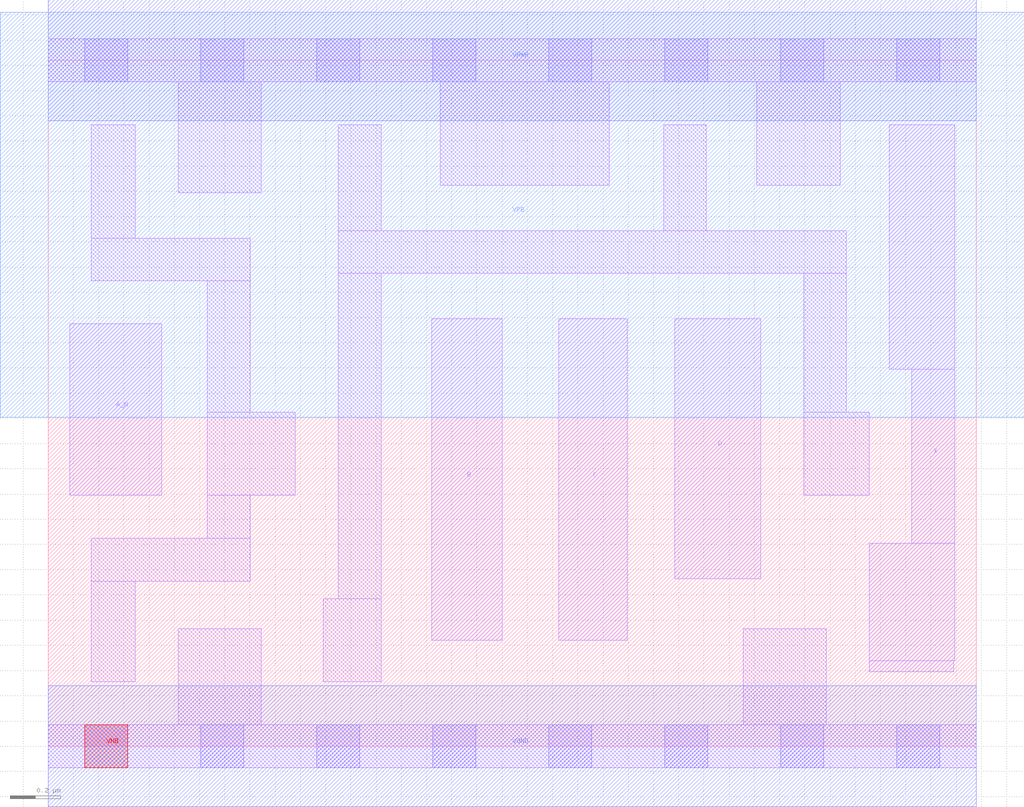
<source format=lef>
# Copyright 2020 The SkyWater PDK Authors
#
# Licensed under the Apache License, Version 2.0 (the "License");
# you may not use this file except in compliance with the License.
# You may obtain a copy of the License at
#
#     https://www.apache.org/licenses/LICENSE-2.0
#
# Unless required by applicable law or agreed to in writing, software
# distributed under the License is distributed on an "AS IS" BASIS,
# WITHOUT WARRANTIES OR CONDITIONS OF ANY KIND, either express or implied.
# See the License for the specific language governing permissions and
# limitations under the License.
#
# SPDX-License-Identifier: Apache-2.0

VERSION 5.7 ;
  NOWIREEXTENSIONATPIN ON ;
  DIVIDERCHAR "/" ;
  BUSBITCHARS "[]" ;
MACRO sky130_fd_sc_hd__and4b_1
  CLASS CORE ;
  FOREIGN sky130_fd_sc_hd__and4b_1 ;
  ORIGIN  0.000000  0.000000 ;
  SIZE  3.680000 BY  2.720000 ;
  SYMMETRY X Y R90 ;
  SITE unithd ;
  PIN A_N
    ANTENNAGATEAREA  0.126000 ;
    DIRECTION INPUT ;
    USE SIGNAL ;
    PORT
      LAYER li1 ;
        RECT 0.085000 0.995000 0.450000 1.675000 ;
    END
  END A_N
  PIN B
    ANTENNAGATEAREA  0.126000 ;
    DIRECTION INPUT ;
    USE SIGNAL ;
    PORT
      LAYER li1 ;
        RECT 1.520000 0.420000 1.800000 1.695000 ;
    END
  END B
  PIN C
    ANTENNAGATEAREA  0.126000 ;
    DIRECTION INPUT ;
    USE SIGNAL ;
    PORT
      LAYER li1 ;
        RECT 2.025000 0.420000 2.295000 1.695000 ;
    END
  END C
  PIN D
    ANTENNAGATEAREA  0.126000 ;
    DIRECTION INPUT ;
    USE SIGNAL ;
    PORT
      LAYER li1 ;
        RECT 2.485000 0.665000 2.825000 1.695000 ;
    END
  END D
  PIN VNB
    PORT
      LAYER pwell ;
        RECT 0.145000 -0.085000 0.315000 0.085000 ;
    END
  END VNB
  PIN VPB
    PORT
      LAYER nwell ;
        RECT -0.190000 1.305000 3.870000 2.910000 ;
    END
  END VPB
  PIN X
    ANTENNADIFFAREA  0.429000 ;
    DIRECTION OUTPUT ;
    USE SIGNAL ;
    PORT
      LAYER li1 ;
        RECT 3.255000 0.295000 3.590000 0.340000 ;
        RECT 3.255000 0.340000 3.595000 0.805000 ;
        RECT 3.335000 1.495000 3.595000 2.465000 ;
        RECT 3.425000 0.805000 3.595000 1.495000 ;
    END
  END X
  PIN VGND
    DIRECTION INOUT ;
    SHAPE ABUTMENT ;
    USE GROUND ;
    PORT
      LAYER met1 ;
        RECT 0.000000 -0.240000 3.680000 0.240000 ;
    END
  END VGND
  PIN VPWR
    DIRECTION INOUT ;
    SHAPE ABUTMENT ;
    USE POWER ;
    PORT
      LAYER met1 ;
        RECT 0.000000 2.480000 3.680000 2.960000 ;
    END
  END VPWR
  OBS
    LAYER li1 ;
      RECT 0.000000 -0.085000 3.680000 0.085000 ;
      RECT 0.000000  2.635000 3.680000 2.805000 ;
      RECT 0.170000  0.255000 0.345000 0.655000 ;
      RECT 0.170000  0.655000 0.800000 0.825000 ;
      RECT 0.170000  1.845000 0.800000 2.015000 ;
      RECT 0.170000  2.015000 0.345000 2.465000 ;
      RECT 0.515000  0.085000 0.845000 0.465000 ;
      RECT 0.515000  2.195000 0.845000 2.635000 ;
      RECT 0.630000  0.825000 0.800000 0.995000 ;
      RECT 0.630000  0.995000 0.980000 1.325000 ;
      RECT 0.630000  1.325000 0.800000 1.845000 ;
      RECT 1.090000  0.255000 1.320000 0.585000 ;
      RECT 1.150000  0.585000 1.320000 1.875000 ;
      RECT 1.150000  1.875000 3.165000 2.045000 ;
      RECT 1.150000  2.045000 1.320000 2.465000 ;
      RECT 1.555000  2.225000 2.225000 2.635000 ;
      RECT 2.440000  2.045000 2.610000 2.465000 ;
      RECT 2.755000  0.085000 3.085000 0.465000 ;
      RECT 2.810000  2.225000 3.140000 2.635000 ;
      RECT 2.995000  0.995000 3.255000 1.325000 ;
      RECT 2.995000  1.325000 3.165000 1.875000 ;
    LAYER mcon ;
      RECT 0.145000 -0.085000 0.315000 0.085000 ;
      RECT 0.145000  2.635000 0.315000 2.805000 ;
      RECT 0.605000 -0.085000 0.775000 0.085000 ;
      RECT 0.605000  2.635000 0.775000 2.805000 ;
      RECT 1.065000 -0.085000 1.235000 0.085000 ;
      RECT 1.065000  2.635000 1.235000 2.805000 ;
      RECT 1.525000 -0.085000 1.695000 0.085000 ;
      RECT 1.525000  2.635000 1.695000 2.805000 ;
      RECT 1.985000 -0.085000 2.155000 0.085000 ;
      RECT 1.985000  2.635000 2.155000 2.805000 ;
      RECT 2.445000 -0.085000 2.615000 0.085000 ;
      RECT 2.445000  2.635000 2.615000 2.805000 ;
      RECT 2.905000 -0.085000 3.075000 0.085000 ;
      RECT 2.905000  2.635000 3.075000 2.805000 ;
      RECT 3.365000 -0.085000 3.535000 0.085000 ;
      RECT 3.365000  2.635000 3.535000 2.805000 ;
  END
END sky130_fd_sc_hd__and4b_1
END LIBRARY

</source>
